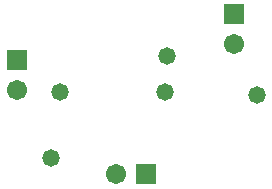
<source format=gbs>
G04*
G04 #@! TF.GenerationSoftware,Altium Limited,Altium Designer,19.1.8 (144)*
G04*
G04 Layer_Color=16711935*
%FSLAX25Y25*%
%MOIN*%
G70*
G01*
G75*
%ADD21R,0.06706X0.06706*%
%ADD22C,0.06706*%
%ADD23R,0.06706X0.06706*%
%ADD24C,0.05800*%
D21*
X166500Y108500D02*
D03*
D22*
X156500D02*
D03*
X196000Y152000D02*
D03*
X123500Y136500D02*
D03*
D23*
X196000Y162000D02*
D03*
X123500Y146500D02*
D03*
D24*
X173500Y148000D02*
D03*
X173000Y136000D02*
D03*
X135000Y114000D02*
D03*
X203500Y135000D02*
D03*
X138000Y136000D02*
D03*
M02*

</source>
